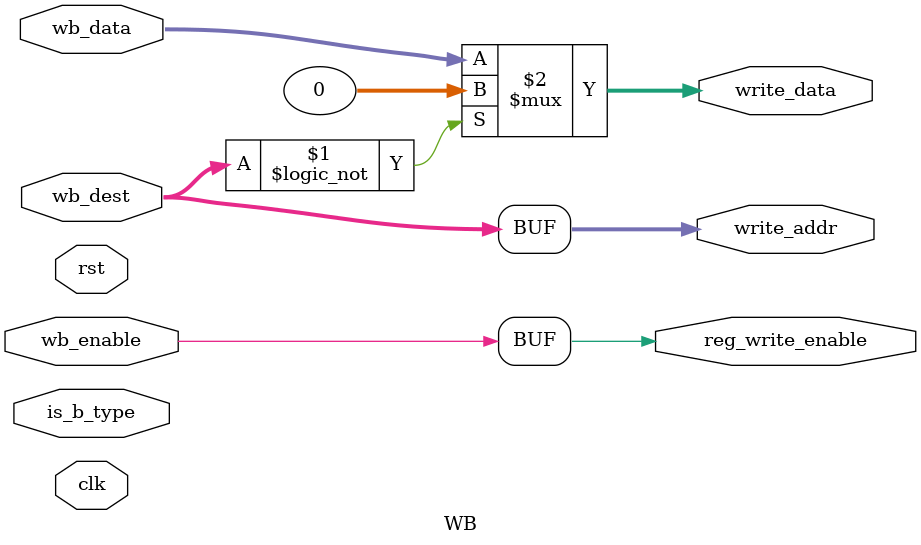
<source format=v>
module WB(
    input wire clk,
    input wire rst,
    input wire wb_enable,             // 写回使能信号
    input wire [31:0] wb_data,        // 写回的数据
    input wire [4:0] wb_dest,         // 写回的目标寄存器地址
    input wire is_b_type,           // 是否为分支指令
    output wire reg_write_enable,     // 寄存器写使能信号
    output wire [31:0] write_data,    // 写入寄存器的数据
    output wire [4:0] write_addr      // 写入寄存器的地址
);

    // 写使能信号直接传递
    assign reg_write_enable = wb_enable;
//没有执行S型指令
/////当执行新减法负数默认为0

    // 写入寄存器的数据和地址
    assign write_data = (wb_dest==0)?0: wb_data;
    assign write_addr = wb_dest;

endmodule
</source>
